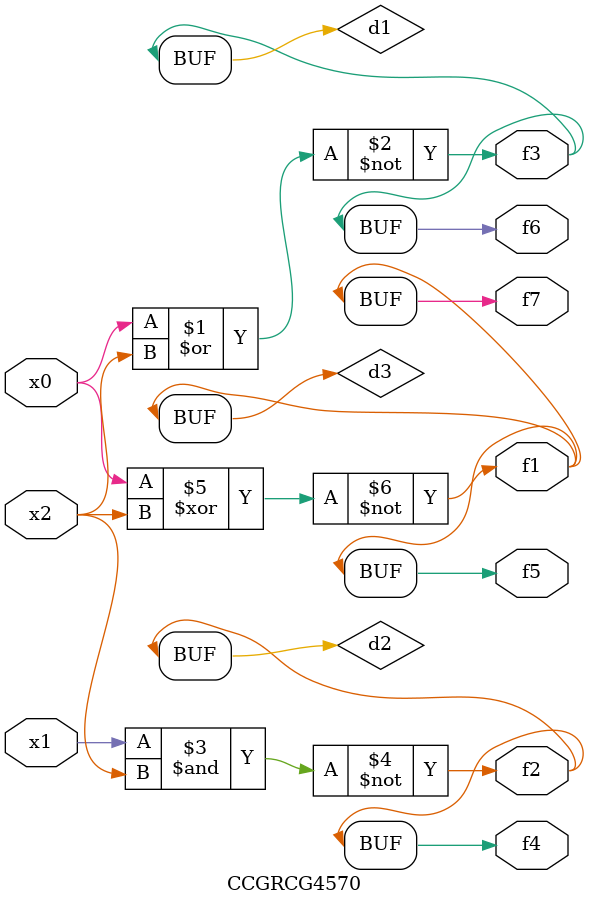
<source format=v>
module CCGRCG4570(
	input x0, x1, x2,
	output f1, f2, f3, f4, f5, f6, f7
);

	wire d1, d2, d3;

	nor (d1, x0, x2);
	nand (d2, x1, x2);
	xnor (d3, x0, x2);
	assign f1 = d3;
	assign f2 = d2;
	assign f3 = d1;
	assign f4 = d2;
	assign f5 = d3;
	assign f6 = d1;
	assign f7 = d3;
endmodule

</source>
